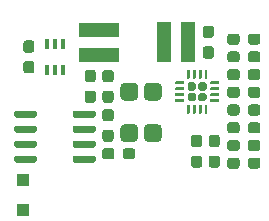
<source format=gbr>
G04 #@! TF.GenerationSoftware,KiCad,Pcbnew,(5.1.9)-1*
G04 #@! TF.CreationDate,2021-05-25T21:01:34+02:00*
G04 #@! TF.ProjectId,Omamori,4f6d616d-6f72-4692-9e6b-696361645f70,rev?*
G04 #@! TF.SameCoordinates,Original*
G04 #@! TF.FileFunction,Paste,Bot*
G04 #@! TF.FilePolarity,Positive*
%FSLAX46Y46*%
G04 Gerber Fmt 4.6, Leading zero omitted, Abs format (unit mm)*
G04 Created by KiCad (PCBNEW (5.1.9)-1) date 2021-05-25 21:01:34*
%MOMM*%
%LPD*%
G01*
G04 APERTURE LIST*
%ADD10R,1.000000X1.000000*%
%ADD11R,3.400000X1.300000*%
%ADD12R,1.300000X3.400000*%
%ADD13R,0.400000X0.900000*%
G04 APERTURE END LIST*
G36*
G01*
X25919000Y-22188000D02*
X26681000Y-22188000D01*
G75*
G02*
X27062000Y-22569000I0J-381000D01*
G01*
X27062000Y-23331000D01*
G75*
G02*
X26681000Y-23712000I-381000J0D01*
G01*
X25919000Y-23712000D01*
G75*
G02*
X25538000Y-23331000I0J381000D01*
G01*
X25538000Y-22569000D01*
G75*
G02*
X25919000Y-22188000I381000J0D01*
G01*
G37*
G36*
G01*
X23919000Y-22188000D02*
X24681000Y-22188000D01*
G75*
G02*
X25062000Y-22569000I0J-381000D01*
G01*
X25062000Y-23331000D01*
G75*
G02*
X24681000Y-23712000I-381000J0D01*
G01*
X23919000Y-23712000D01*
G75*
G02*
X23538000Y-23331000I0J381000D01*
G01*
X23538000Y-22569000D01*
G75*
G02*
X23919000Y-22188000I381000J0D01*
G01*
G37*
G36*
G01*
X23919000Y-25688000D02*
X24681000Y-25688000D01*
G75*
G02*
X25062000Y-26069000I0J-381000D01*
G01*
X25062000Y-26831000D01*
G75*
G02*
X24681000Y-27212000I-381000J0D01*
G01*
X23919000Y-27212000D01*
G75*
G02*
X23538000Y-26831000I0J381000D01*
G01*
X23538000Y-26069000D01*
G75*
G02*
X23919000Y-25688000I381000J0D01*
G01*
G37*
G36*
G01*
X25919000Y-25688000D02*
X26681000Y-25688000D01*
G75*
G02*
X27062000Y-26069000I0J-381000D01*
G01*
X27062000Y-26831000D01*
G75*
G02*
X26681000Y-27212000I-381000J0D01*
G01*
X25919000Y-27212000D01*
G75*
G02*
X25538000Y-26831000I0J381000D01*
G01*
X25538000Y-26069000D01*
G75*
G02*
X25919000Y-25688000I381000J0D01*
G01*
G37*
D10*
X15300000Y-30450000D03*
X15300000Y-32950000D03*
D11*
X21750000Y-17700000D03*
X21750000Y-19800000D03*
D12*
X27200000Y-18750000D03*
X29300000Y-18750000D03*
G36*
G01*
X20762500Y-22850000D02*
X21237500Y-22850000D01*
G75*
G02*
X21475000Y-23087500I0J-237500D01*
G01*
X21475000Y-23662500D01*
G75*
G02*
X21237500Y-23900000I-237500J0D01*
G01*
X20762500Y-23900000D01*
G75*
G02*
X20525000Y-23662500I0J237500D01*
G01*
X20525000Y-23087500D01*
G75*
G02*
X20762500Y-22850000I237500J0D01*
G01*
G37*
G36*
G01*
X20762500Y-21100000D02*
X21237500Y-21100000D01*
G75*
G02*
X21475000Y-21337500I0J-237500D01*
G01*
X21475000Y-21912500D01*
G75*
G02*
X21237500Y-22150000I-237500J0D01*
G01*
X20762500Y-22150000D01*
G75*
G02*
X20525000Y-21912500I0J237500D01*
G01*
X20525000Y-21337500D01*
G75*
G02*
X20762500Y-21100000I237500J0D01*
G01*
G37*
G36*
G01*
X30762500Y-19100000D02*
X31237500Y-19100000D01*
G75*
G02*
X31475000Y-19337500I0J-237500D01*
G01*
X31475000Y-19912500D01*
G75*
G02*
X31237500Y-20150000I-237500J0D01*
G01*
X30762500Y-20150000D01*
G75*
G02*
X30525000Y-19912500I0J237500D01*
G01*
X30525000Y-19337500D01*
G75*
G02*
X30762500Y-19100000I237500J0D01*
G01*
G37*
G36*
G01*
X30762500Y-17350000D02*
X31237500Y-17350000D01*
G75*
G02*
X31475000Y-17587500I0J-237500D01*
G01*
X31475000Y-18162500D01*
G75*
G02*
X31237500Y-18400000I-237500J0D01*
G01*
X30762500Y-18400000D01*
G75*
G02*
X30525000Y-18162500I0J237500D01*
G01*
X30525000Y-17587500D01*
G75*
G02*
X30762500Y-17350000I237500J0D01*
G01*
G37*
G36*
G01*
X16500000Y-24695000D02*
X16500000Y-24995000D01*
G75*
G02*
X16350000Y-25145000I-150000J0D01*
G01*
X14700000Y-25145000D01*
G75*
G02*
X14550000Y-24995000I0J150000D01*
G01*
X14550000Y-24695000D01*
G75*
G02*
X14700000Y-24545000I150000J0D01*
G01*
X16350000Y-24545000D01*
G75*
G02*
X16500000Y-24695000I0J-150000D01*
G01*
G37*
G36*
G01*
X16500000Y-25965000D02*
X16500000Y-26265000D01*
G75*
G02*
X16350000Y-26415000I-150000J0D01*
G01*
X14700000Y-26415000D01*
G75*
G02*
X14550000Y-26265000I0J150000D01*
G01*
X14550000Y-25965000D01*
G75*
G02*
X14700000Y-25815000I150000J0D01*
G01*
X16350000Y-25815000D01*
G75*
G02*
X16500000Y-25965000I0J-150000D01*
G01*
G37*
G36*
G01*
X16500000Y-27235000D02*
X16500000Y-27535000D01*
G75*
G02*
X16350000Y-27685000I-150000J0D01*
G01*
X14700000Y-27685000D01*
G75*
G02*
X14550000Y-27535000I0J150000D01*
G01*
X14550000Y-27235000D01*
G75*
G02*
X14700000Y-27085000I150000J0D01*
G01*
X16350000Y-27085000D01*
G75*
G02*
X16500000Y-27235000I0J-150000D01*
G01*
G37*
G36*
G01*
X16500000Y-28505000D02*
X16500000Y-28805000D01*
G75*
G02*
X16350000Y-28955000I-150000J0D01*
G01*
X14700000Y-28955000D01*
G75*
G02*
X14550000Y-28805000I0J150000D01*
G01*
X14550000Y-28505000D01*
G75*
G02*
X14700000Y-28355000I150000J0D01*
G01*
X16350000Y-28355000D01*
G75*
G02*
X16500000Y-28505000I0J-150000D01*
G01*
G37*
G36*
G01*
X21450000Y-28505000D02*
X21450000Y-28805000D01*
G75*
G02*
X21300000Y-28955000I-150000J0D01*
G01*
X19650000Y-28955000D01*
G75*
G02*
X19500000Y-28805000I0J150000D01*
G01*
X19500000Y-28505000D01*
G75*
G02*
X19650000Y-28355000I150000J0D01*
G01*
X21300000Y-28355000D01*
G75*
G02*
X21450000Y-28505000I0J-150000D01*
G01*
G37*
G36*
G01*
X21450000Y-27235000D02*
X21450000Y-27535000D01*
G75*
G02*
X21300000Y-27685000I-150000J0D01*
G01*
X19650000Y-27685000D01*
G75*
G02*
X19500000Y-27535000I0J150000D01*
G01*
X19500000Y-27235000D01*
G75*
G02*
X19650000Y-27085000I150000J0D01*
G01*
X21300000Y-27085000D01*
G75*
G02*
X21450000Y-27235000I0J-150000D01*
G01*
G37*
G36*
G01*
X21450000Y-25965000D02*
X21450000Y-26265000D01*
G75*
G02*
X21300000Y-26415000I-150000J0D01*
G01*
X19650000Y-26415000D01*
G75*
G02*
X19500000Y-26265000I0J150000D01*
G01*
X19500000Y-25965000D01*
G75*
G02*
X19650000Y-25815000I150000J0D01*
G01*
X21300000Y-25815000D01*
G75*
G02*
X21450000Y-25965000I0J-150000D01*
G01*
G37*
G36*
G01*
X21450000Y-24695000D02*
X21450000Y-24995000D01*
G75*
G02*
X21300000Y-25145000I-150000J0D01*
G01*
X19650000Y-25145000D01*
G75*
G02*
X19500000Y-24995000I0J150000D01*
G01*
X19500000Y-24695000D01*
G75*
G02*
X19650000Y-24545000I150000J0D01*
G01*
X21300000Y-24545000D01*
G75*
G02*
X21450000Y-24695000I0J-150000D01*
G01*
G37*
D13*
X18650000Y-18900000D03*
X17350000Y-18900000D03*
X18000000Y-21100000D03*
X18000000Y-18900000D03*
X17350000Y-21100000D03*
X18650000Y-21100000D03*
G36*
G01*
X34350000Y-23237500D02*
X34350000Y-22762500D01*
G75*
G02*
X34587500Y-22525000I237500J0D01*
G01*
X35162500Y-22525000D01*
G75*
G02*
X35400000Y-22762500I0J-237500D01*
G01*
X35400000Y-23237500D01*
G75*
G02*
X35162500Y-23475000I-237500J0D01*
G01*
X34587500Y-23475000D01*
G75*
G02*
X34350000Y-23237500I0J237500D01*
G01*
G37*
G36*
G01*
X32600000Y-23237500D02*
X32600000Y-22762500D01*
G75*
G02*
X32837500Y-22525000I237500J0D01*
G01*
X33412500Y-22525000D01*
G75*
G02*
X33650000Y-22762500I0J-237500D01*
G01*
X33650000Y-23237500D01*
G75*
G02*
X33412500Y-23475000I-237500J0D01*
G01*
X32837500Y-23475000D01*
G75*
G02*
X32600000Y-23237500I0J237500D01*
G01*
G37*
G36*
G01*
X34350000Y-27737500D02*
X34350000Y-27262500D01*
G75*
G02*
X34587500Y-27025000I237500J0D01*
G01*
X35162500Y-27025000D01*
G75*
G02*
X35400000Y-27262500I0J-237500D01*
G01*
X35400000Y-27737500D01*
G75*
G02*
X35162500Y-27975000I-237500J0D01*
G01*
X34587500Y-27975000D01*
G75*
G02*
X34350000Y-27737500I0J237500D01*
G01*
G37*
G36*
G01*
X32600000Y-27737500D02*
X32600000Y-27262500D01*
G75*
G02*
X32837500Y-27025000I237500J0D01*
G01*
X33412500Y-27025000D01*
G75*
G02*
X33650000Y-27262500I0J-237500D01*
G01*
X33650000Y-27737500D01*
G75*
G02*
X33412500Y-27975000I-237500J0D01*
G01*
X32837500Y-27975000D01*
G75*
G02*
X32600000Y-27737500I0J237500D01*
G01*
G37*
G36*
G01*
X33650000Y-25762500D02*
X33650000Y-26237500D01*
G75*
G02*
X33412500Y-26475000I-237500J0D01*
G01*
X32837500Y-26475000D01*
G75*
G02*
X32600000Y-26237500I0J237500D01*
G01*
X32600000Y-25762500D01*
G75*
G02*
X32837500Y-25525000I237500J0D01*
G01*
X33412500Y-25525000D01*
G75*
G02*
X33650000Y-25762500I0J-237500D01*
G01*
G37*
G36*
G01*
X35400000Y-25762500D02*
X35400000Y-26237500D01*
G75*
G02*
X35162500Y-26475000I-237500J0D01*
G01*
X34587500Y-26475000D01*
G75*
G02*
X34350000Y-26237500I0J237500D01*
G01*
X34350000Y-25762500D01*
G75*
G02*
X34587500Y-25525000I237500J0D01*
G01*
X35162500Y-25525000D01*
G75*
G02*
X35400000Y-25762500I0J-237500D01*
G01*
G37*
G36*
G01*
X34350000Y-24737500D02*
X34350000Y-24262500D01*
G75*
G02*
X34587500Y-24025000I237500J0D01*
G01*
X35162500Y-24025000D01*
G75*
G02*
X35400000Y-24262500I0J-237500D01*
G01*
X35400000Y-24737500D01*
G75*
G02*
X35162500Y-24975000I-237500J0D01*
G01*
X34587500Y-24975000D01*
G75*
G02*
X34350000Y-24737500I0J237500D01*
G01*
G37*
G36*
G01*
X32600000Y-24737500D02*
X32600000Y-24262500D01*
G75*
G02*
X32837500Y-24025000I237500J0D01*
G01*
X33412500Y-24025000D01*
G75*
G02*
X33650000Y-24262500I0J-237500D01*
G01*
X33650000Y-24737500D01*
G75*
G02*
X33412500Y-24975000I-237500J0D01*
G01*
X32837500Y-24975000D01*
G75*
G02*
X32600000Y-24737500I0J237500D01*
G01*
G37*
G36*
G01*
X29762500Y-28350000D02*
X30237500Y-28350000D01*
G75*
G02*
X30475000Y-28587500I0J-237500D01*
G01*
X30475000Y-29162500D01*
G75*
G02*
X30237500Y-29400000I-237500J0D01*
G01*
X29762500Y-29400000D01*
G75*
G02*
X29525000Y-29162500I0J237500D01*
G01*
X29525000Y-28587500D01*
G75*
G02*
X29762500Y-28350000I237500J0D01*
G01*
G37*
G36*
G01*
X29762500Y-26600000D02*
X30237500Y-26600000D01*
G75*
G02*
X30475000Y-26837500I0J-237500D01*
G01*
X30475000Y-27412500D01*
G75*
G02*
X30237500Y-27650000I-237500J0D01*
G01*
X29762500Y-27650000D01*
G75*
G02*
X29525000Y-27412500I0J237500D01*
G01*
X29525000Y-26837500D01*
G75*
G02*
X29762500Y-26600000I237500J0D01*
G01*
G37*
G36*
G01*
X31262500Y-28350000D02*
X31737500Y-28350000D01*
G75*
G02*
X31975000Y-28587500I0J-237500D01*
G01*
X31975000Y-29162500D01*
G75*
G02*
X31737500Y-29400000I-237500J0D01*
G01*
X31262500Y-29400000D01*
G75*
G02*
X31025000Y-29162500I0J237500D01*
G01*
X31025000Y-28587500D01*
G75*
G02*
X31262500Y-28350000I237500J0D01*
G01*
G37*
G36*
G01*
X31262500Y-26600000D02*
X31737500Y-26600000D01*
G75*
G02*
X31975000Y-26837500I0J-237500D01*
G01*
X31975000Y-27412500D01*
G75*
G02*
X31737500Y-27650000I-237500J0D01*
G01*
X31262500Y-27650000D01*
G75*
G02*
X31025000Y-27412500I0J237500D01*
G01*
X31025000Y-26837500D01*
G75*
G02*
X31262500Y-26600000I237500J0D01*
G01*
G37*
G36*
G01*
X33650000Y-28762500D02*
X33650000Y-29237500D01*
G75*
G02*
X33412500Y-29475000I-237500J0D01*
G01*
X32837500Y-29475000D01*
G75*
G02*
X32600000Y-29237500I0J237500D01*
G01*
X32600000Y-28762500D01*
G75*
G02*
X32837500Y-28525000I237500J0D01*
G01*
X33412500Y-28525000D01*
G75*
G02*
X33650000Y-28762500I0J-237500D01*
G01*
G37*
G36*
G01*
X35400000Y-28762500D02*
X35400000Y-29237500D01*
G75*
G02*
X35162500Y-29475000I-237500J0D01*
G01*
X34587500Y-29475000D01*
G75*
G02*
X34350000Y-29237500I0J237500D01*
G01*
X34350000Y-28762500D01*
G75*
G02*
X34587500Y-28525000I237500J0D01*
G01*
X35162500Y-28525000D01*
G75*
G02*
X35400000Y-28762500I0J-237500D01*
G01*
G37*
G36*
G01*
X34350000Y-20237500D02*
X34350000Y-19762500D01*
G75*
G02*
X34587500Y-19525000I237500J0D01*
G01*
X35162500Y-19525000D01*
G75*
G02*
X35400000Y-19762500I0J-237500D01*
G01*
X35400000Y-20237500D01*
G75*
G02*
X35162500Y-20475000I-237500J0D01*
G01*
X34587500Y-20475000D01*
G75*
G02*
X34350000Y-20237500I0J237500D01*
G01*
G37*
G36*
G01*
X32600000Y-20237500D02*
X32600000Y-19762500D01*
G75*
G02*
X32837500Y-19525000I237500J0D01*
G01*
X33412500Y-19525000D01*
G75*
G02*
X33650000Y-19762500I0J-237500D01*
G01*
X33650000Y-20237500D01*
G75*
G02*
X33412500Y-20475000I-237500J0D01*
G01*
X32837500Y-20475000D01*
G75*
G02*
X32600000Y-20237500I0J237500D01*
G01*
G37*
G36*
G01*
X23050000Y-27962500D02*
X23050000Y-28437500D01*
G75*
G02*
X22812500Y-28675000I-237500J0D01*
G01*
X22237500Y-28675000D01*
G75*
G02*
X22000000Y-28437500I0J237500D01*
G01*
X22000000Y-27962500D01*
G75*
G02*
X22237500Y-27725000I237500J0D01*
G01*
X22812500Y-27725000D01*
G75*
G02*
X23050000Y-27962500I0J-237500D01*
G01*
G37*
G36*
G01*
X24800000Y-27962500D02*
X24800000Y-28437500D01*
G75*
G02*
X24562500Y-28675000I-237500J0D01*
G01*
X23987500Y-28675000D01*
G75*
G02*
X23750000Y-28437500I0J237500D01*
G01*
X23750000Y-27962500D01*
G75*
G02*
X23987500Y-27725000I237500J0D01*
G01*
X24562500Y-27725000D01*
G75*
G02*
X24800000Y-27962500I0J-237500D01*
G01*
G37*
G36*
G01*
X34350000Y-21737500D02*
X34350000Y-21262500D01*
G75*
G02*
X34587500Y-21025000I237500J0D01*
G01*
X35162500Y-21025000D01*
G75*
G02*
X35400000Y-21262500I0J-237500D01*
G01*
X35400000Y-21737500D01*
G75*
G02*
X35162500Y-21975000I-237500J0D01*
G01*
X34587500Y-21975000D01*
G75*
G02*
X34350000Y-21737500I0J237500D01*
G01*
G37*
G36*
G01*
X32600000Y-21737500D02*
X32600000Y-21262500D01*
G75*
G02*
X32837500Y-21025000I237500J0D01*
G01*
X33412500Y-21025000D01*
G75*
G02*
X33650000Y-21262500I0J-237500D01*
G01*
X33650000Y-21737500D01*
G75*
G02*
X33412500Y-21975000I-237500J0D01*
G01*
X32837500Y-21975000D01*
G75*
G02*
X32600000Y-21737500I0J237500D01*
G01*
G37*
G36*
G01*
X15562500Y-20350000D02*
X16037500Y-20350000D01*
G75*
G02*
X16275000Y-20587500I0J-237500D01*
G01*
X16275000Y-21162500D01*
G75*
G02*
X16037500Y-21400000I-237500J0D01*
G01*
X15562500Y-21400000D01*
G75*
G02*
X15325000Y-21162500I0J237500D01*
G01*
X15325000Y-20587500D01*
G75*
G02*
X15562500Y-20350000I237500J0D01*
G01*
G37*
G36*
G01*
X15562500Y-18600000D02*
X16037500Y-18600000D01*
G75*
G02*
X16275000Y-18837500I0J-237500D01*
G01*
X16275000Y-19412500D01*
G75*
G02*
X16037500Y-19650000I-237500J0D01*
G01*
X15562500Y-19650000D01*
G75*
G02*
X15325000Y-19412500I0J237500D01*
G01*
X15325000Y-18837500D01*
G75*
G02*
X15562500Y-18600000I237500J0D01*
G01*
G37*
G36*
G01*
X22737500Y-25450000D02*
X22262500Y-25450000D01*
G75*
G02*
X22025000Y-25212500I0J237500D01*
G01*
X22025000Y-24637500D01*
G75*
G02*
X22262500Y-24400000I237500J0D01*
G01*
X22737500Y-24400000D01*
G75*
G02*
X22975000Y-24637500I0J-237500D01*
G01*
X22975000Y-25212500D01*
G75*
G02*
X22737500Y-25450000I-237500J0D01*
G01*
G37*
G36*
G01*
X22737500Y-27200000D02*
X22262500Y-27200000D01*
G75*
G02*
X22025000Y-26962500I0J237500D01*
G01*
X22025000Y-26387500D01*
G75*
G02*
X22262500Y-26150000I237500J0D01*
G01*
X22737500Y-26150000D01*
G75*
G02*
X22975000Y-26387500I0J-237500D01*
G01*
X22975000Y-26962500D01*
G75*
G02*
X22737500Y-27200000I-237500J0D01*
G01*
G37*
G36*
G01*
X34350000Y-18737500D02*
X34350000Y-18262500D01*
G75*
G02*
X34587500Y-18025000I237500J0D01*
G01*
X35162500Y-18025000D01*
G75*
G02*
X35400000Y-18262500I0J-237500D01*
G01*
X35400000Y-18737500D01*
G75*
G02*
X35162500Y-18975000I-237500J0D01*
G01*
X34587500Y-18975000D01*
G75*
G02*
X34350000Y-18737500I0J237500D01*
G01*
G37*
G36*
G01*
X32600000Y-18737500D02*
X32600000Y-18262500D01*
G75*
G02*
X32837500Y-18025000I237500J0D01*
G01*
X33412500Y-18025000D01*
G75*
G02*
X33650000Y-18262500I0J-237500D01*
G01*
X33650000Y-18737500D01*
G75*
G02*
X33412500Y-18975000I-237500J0D01*
G01*
X32837500Y-18975000D01*
G75*
G02*
X32600000Y-18737500I0J237500D01*
G01*
G37*
G36*
G01*
X22262500Y-22850000D02*
X22737500Y-22850000D01*
G75*
G02*
X22975000Y-23087500I0J-237500D01*
G01*
X22975000Y-23662500D01*
G75*
G02*
X22737500Y-23900000I-237500J0D01*
G01*
X22262500Y-23900000D01*
G75*
G02*
X22025000Y-23662500I0J237500D01*
G01*
X22025000Y-23087500D01*
G75*
G02*
X22262500Y-22850000I237500J0D01*
G01*
G37*
G36*
G01*
X22262500Y-21100000D02*
X22737500Y-21100000D01*
G75*
G02*
X22975000Y-21337500I0J-237500D01*
G01*
X22975000Y-21912500D01*
G75*
G02*
X22737500Y-22150000I-237500J0D01*
G01*
X22262500Y-22150000D01*
G75*
G02*
X22025000Y-21912500I0J237500D01*
G01*
X22025000Y-21337500D01*
G75*
G02*
X22262500Y-21100000I237500J0D01*
G01*
G37*
G36*
G01*
X30317500Y-23035000D02*
X30682500Y-23035000D01*
G75*
G02*
X30865000Y-23217500I0J-182500D01*
G01*
X30865000Y-23582500D01*
G75*
G02*
X30682500Y-23765000I-182500J0D01*
G01*
X30317500Y-23765000D01*
G75*
G02*
X30135000Y-23582500I0J182500D01*
G01*
X30135000Y-23217500D01*
G75*
G02*
X30317500Y-23035000I182500J0D01*
G01*
G37*
G36*
G01*
X29417500Y-23035000D02*
X29782500Y-23035000D01*
G75*
G02*
X29965000Y-23217500I0J-182500D01*
G01*
X29965000Y-23582500D01*
G75*
G02*
X29782500Y-23765000I-182500J0D01*
G01*
X29417500Y-23765000D01*
G75*
G02*
X29235000Y-23582500I0J182500D01*
G01*
X29235000Y-23217500D01*
G75*
G02*
X29417500Y-23035000I182500J0D01*
G01*
G37*
G36*
G01*
X30317500Y-22135000D02*
X30682500Y-22135000D01*
G75*
G02*
X30865000Y-22317500I0J-182500D01*
G01*
X30865000Y-22682500D01*
G75*
G02*
X30682500Y-22865000I-182500J0D01*
G01*
X30317500Y-22865000D01*
G75*
G02*
X30135000Y-22682500I0J182500D01*
G01*
X30135000Y-22317500D01*
G75*
G02*
X30317500Y-22135000I182500J0D01*
G01*
G37*
G36*
G01*
X29417500Y-22135000D02*
X29782500Y-22135000D01*
G75*
G02*
X29965000Y-22317500I0J-182500D01*
G01*
X29965000Y-22682500D01*
G75*
G02*
X29782500Y-22865000I-182500J0D01*
G01*
X29417500Y-22865000D01*
G75*
G02*
X29235000Y-22682500I0J182500D01*
G01*
X29235000Y-22317500D01*
G75*
G02*
X29417500Y-22135000I182500J0D01*
G01*
G37*
G36*
G01*
X28237500Y-22075000D02*
X28887500Y-22075000D01*
G75*
G02*
X28950000Y-22137500I0J-62500D01*
G01*
X28950000Y-22262500D01*
G75*
G02*
X28887500Y-22325000I-62500J0D01*
G01*
X28237500Y-22325000D01*
G75*
G02*
X28175000Y-22262500I0J62500D01*
G01*
X28175000Y-22137500D01*
G75*
G02*
X28237500Y-22075000I62500J0D01*
G01*
G37*
G36*
G01*
X28237500Y-22575000D02*
X28887500Y-22575000D01*
G75*
G02*
X28950000Y-22637500I0J-62500D01*
G01*
X28950000Y-22762500D01*
G75*
G02*
X28887500Y-22825000I-62500J0D01*
G01*
X28237500Y-22825000D01*
G75*
G02*
X28175000Y-22762500I0J62500D01*
G01*
X28175000Y-22637500D01*
G75*
G02*
X28237500Y-22575000I62500J0D01*
G01*
G37*
G36*
G01*
X28237500Y-23075000D02*
X28887500Y-23075000D01*
G75*
G02*
X28950000Y-23137500I0J-62500D01*
G01*
X28950000Y-23262500D01*
G75*
G02*
X28887500Y-23325000I-62500J0D01*
G01*
X28237500Y-23325000D01*
G75*
G02*
X28175000Y-23262500I0J62500D01*
G01*
X28175000Y-23137500D01*
G75*
G02*
X28237500Y-23075000I62500J0D01*
G01*
G37*
G36*
G01*
X28237500Y-23575000D02*
X28887500Y-23575000D01*
G75*
G02*
X28950000Y-23637500I0J-62500D01*
G01*
X28950000Y-23762500D01*
G75*
G02*
X28887500Y-23825000I-62500J0D01*
G01*
X28237500Y-23825000D01*
G75*
G02*
X28175000Y-23762500I0J62500D01*
G01*
X28175000Y-23637500D01*
G75*
G02*
X28237500Y-23575000I62500J0D01*
G01*
G37*
G36*
G01*
X29237500Y-24050000D02*
X29362500Y-24050000D01*
G75*
G02*
X29425000Y-24112500I0J-62500D01*
G01*
X29425000Y-24762500D01*
G75*
G02*
X29362500Y-24825000I-62500J0D01*
G01*
X29237500Y-24825000D01*
G75*
G02*
X29175000Y-24762500I0J62500D01*
G01*
X29175000Y-24112500D01*
G75*
G02*
X29237500Y-24050000I62500J0D01*
G01*
G37*
G36*
G01*
X29737500Y-24050000D02*
X29862500Y-24050000D01*
G75*
G02*
X29925000Y-24112500I0J-62500D01*
G01*
X29925000Y-24762500D01*
G75*
G02*
X29862500Y-24825000I-62500J0D01*
G01*
X29737500Y-24825000D01*
G75*
G02*
X29675000Y-24762500I0J62500D01*
G01*
X29675000Y-24112500D01*
G75*
G02*
X29737500Y-24050000I62500J0D01*
G01*
G37*
G36*
G01*
X30237500Y-24050000D02*
X30362500Y-24050000D01*
G75*
G02*
X30425000Y-24112500I0J-62500D01*
G01*
X30425000Y-24762500D01*
G75*
G02*
X30362500Y-24825000I-62500J0D01*
G01*
X30237500Y-24825000D01*
G75*
G02*
X30175000Y-24762500I0J62500D01*
G01*
X30175000Y-24112500D01*
G75*
G02*
X30237500Y-24050000I62500J0D01*
G01*
G37*
G36*
G01*
X30737500Y-24050000D02*
X30862500Y-24050000D01*
G75*
G02*
X30925000Y-24112500I0J-62500D01*
G01*
X30925000Y-24762500D01*
G75*
G02*
X30862500Y-24825000I-62500J0D01*
G01*
X30737500Y-24825000D01*
G75*
G02*
X30675000Y-24762500I0J62500D01*
G01*
X30675000Y-24112500D01*
G75*
G02*
X30737500Y-24050000I62500J0D01*
G01*
G37*
G36*
G01*
X31212500Y-23575000D02*
X31862500Y-23575000D01*
G75*
G02*
X31925000Y-23637500I0J-62500D01*
G01*
X31925000Y-23762500D01*
G75*
G02*
X31862500Y-23825000I-62500J0D01*
G01*
X31212500Y-23825000D01*
G75*
G02*
X31150000Y-23762500I0J62500D01*
G01*
X31150000Y-23637500D01*
G75*
G02*
X31212500Y-23575000I62500J0D01*
G01*
G37*
G36*
G01*
X31212500Y-23075000D02*
X31862500Y-23075000D01*
G75*
G02*
X31925000Y-23137500I0J-62500D01*
G01*
X31925000Y-23262500D01*
G75*
G02*
X31862500Y-23325000I-62500J0D01*
G01*
X31212500Y-23325000D01*
G75*
G02*
X31150000Y-23262500I0J62500D01*
G01*
X31150000Y-23137500D01*
G75*
G02*
X31212500Y-23075000I62500J0D01*
G01*
G37*
G36*
G01*
X31212500Y-22575000D02*
X31862500Y-22575000D01*
G75*
G02*
X31925000Y-22637500I0J-62500D01*
G01*
X31925000Y-22762500D01*
G75*
G02*
X31862500Y-22825000I-62500J0D01*
G01*
X31212500Y-22825000D01*
G75*
G02*
X31150000Y-22762500I0J62500D01*
G01*
X31150000Y-22637500D01*
G75*
G02*
X31212500Y-22575000I62500J0D01*
G01*
G37*
G36*
G01*
X31212500Y-22075000D02*
X31862500Y-22075000D01*
G75*
G02*
X31925000Y-22137500I0J-62500D01*
G01*
X31925000Y-22262500D01*
G75*
G02*
X31862500Y-22325000I-62500J0D01*
G01*
X31212500Y-22325000D01*
G75*
G02*
X31150000Y-22262500I0J62500D01*
G01*
X31150000Y-22137500D01*
G75*
G02*
X31212500Y-22075000I62500J0D01*
G01*
G37*
G36*
G01*
X30737500Y-21075000D02*
X30862500Y-21075000D01*
G75*
G02*
X30925000Y-21137500I0J-62500D01*
G01*
X30925000Y-21787500D01*
G75*
G02*
X30862500Y-21850000I-62500J0D01*
G01*
X30737500Y-21850000D01*
G75*
G02*
X30675000Y-21787500I0J62500D01*
G01*
X30675000Y-21137500D01*
G75*
G02*
X30737500Y-21075000I62500J0D01*
G01*
G37*
G36*
G01*
X30237500Y-21075000D02*
X30362500Y-21075000D01*
G75*
G02*
X30425000Y-21137500I0J-62500D01*
G01*
X30425000Y-21787500D01*
G75*
G02*
X30362500Y-21850000I-62500J0D01*
G01*
X30237500Y-21850000D01*
G75*
G02*
X30175000Y-21787500I0J62500D01*
G01*
X30175000Y-21137500D01*
G75*
G02*
X30237500Y-21075000I62500J0D01*
G01*
G37*
G36*
G01*
X29737500Y-21075000D02*
X29862500Y-21075000D01*
G75*
G02*
X29925000Y-21137500I0J-62500D01*
G01*
X29925000Y-21787500D01*
G75*
G02*
X29862500Y-21850000I-62500J0D01*
G01*
X29737500Y-21850000D01*
G75*
G02*
X29675000Y-21787500I0J62500D01*
G01*
X29675000Y-21137500D01*
G75*
G02*
X29737500Y-21075000I62500J0D01*
G01*
G37*
G36*
G01*
X29237500Y-21075000D02*
X29362500Y-21075000D01*
G75*
G02*
X29425000Y-21137500I0J-62500D01*
G01*
X29425000Y-21787500D01*
G75*
G02*
X29362500Y-21850000I-62500J0D01*
G01*
X29237500Y-21850000D01*
G75*
G02*
X29175000Y-21787500I0J62500D01*
G01*
X29175000Y-21137500D01*
G75*
G02*
X29237500Y-21075000I62500J0D01*
G01*
G37*
M02*

</source>
